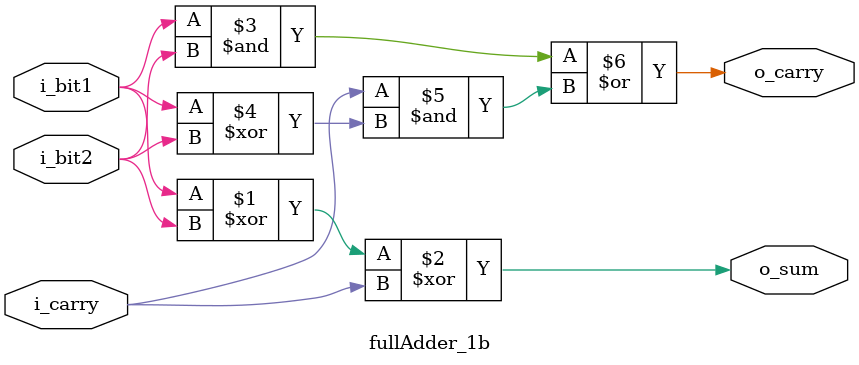
<source format=v>

module fullAdder_1b (i_bit1, i_bit2, i_carry, o_sum, o_carry);
	input i_bit1;
	input i_bit2;
	input i_carry;
	output o_sum;
	output o_carry;
	
	assign o_sum = i_bit1 ^ i_bit2 ^ i_carry;
	assign o_carry = i_bit1 & i_bit2 | i_carry & (i_bit1 ^ i_bit2);
	
endmodule

</source>
